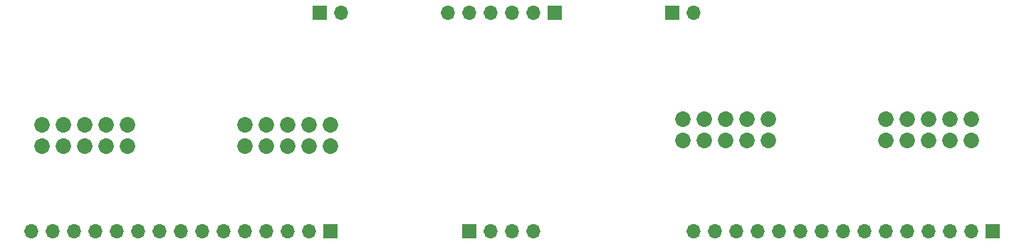
<source format=gbr>
%TF.GenerationSoftware,KiCad,Pcbnew,5.1.9+dfsg1-1*%
%TF.CreationDate,2021-08-18T14:47:46-04:00*%
%TF.ProjectId,custom_toothbrush_board,63757374-6f6d-45f7-946f-6f7468627275,rev?*%
%TF.SameCoordinates,Original*%
%TF.FileFunction,Soldermask,Bot*%
%TF.FilePolarity,Negative*%
%FSLAX46Y46*%
G04 Gerber Fmt 4.6, Leading zero omitted, Abs format (unit mm)*
G04 Created by KiCad (PCBNEW 5.1.9+dfsg1-1) date 2021-08-18 14:47:46*
%MOMM*%
%LPD*%
G01*
G04 APERTURE LIST*
%ADD10R,1.700000X1.700000*%
%ADD11O,1.700000X1.700000*%
%ADD12C,1.853200*%
G04 APERTURE END LIST*
D10*
%TO.C,J1*%
X133350000Y-69850000D03*
D11*
X130810000Y-69850000D03*
X128270000Y-69850000D03*
X125730000Y-69850000D03*
X123190000Y-69850000D03*
X120650000Y-69850000D03*
X118110000Y-69850000D03*
X115570000Y-69850000D03*
X113030000Y-69850000D03*
X110490000Y-69850000D03*
X107950000Y-69850000D03*
X105410000Y-69850000D03*
X102870000Y-69850000D03*
X100330000Y-69850000D03*
X97790000Y-69850000D03*
%TD*%
%TO.C,J2*%
X19050000Y-69850000D03*
X21590000Y-69850000D03*
X24130000Y-69850000D03*
X26670000Y-69850000D03*
X29210000Y-69850000D03*
X31750000Y-69850000D03*
X34290000Y-69850000D03*
X36830000Y-69850000D03*
X39370000Y-69850000D03*
X41910000Y-69850000D03*
X44450000Y-69850000D03*
X46990000Y-69850000D03*
X49530000Y-69850000D03*
X52070000Y-69850000D03*
D10*
X54610000Y-69850000D03*
%TD*%
%TO.C,J3*%
X81280000Y-43815000D03*
D11*
X78740000Y-43815000D03*
X76200000Y-43815000D03*
X73660000Y-43815000D03*
X71120000Y-43815000D03*
X68580000Y-43815000D03*
%TD*%
D10*
%TO.C,J4*%
X71120000Y-69850000D03*
D11*
X73660000Y-69850000D03*
X76200000Y-69850000D03*
X78740000Y-69850000D03*
%TD*%
D10*
%TO.C,J6*%
X95250000Y-43815000D03*
D11*
X97790000Y-43815000D03*
%TD*%
D12*
%TO.C,J7*%
X96520000Y-56515000D03*
X96520000Y-59055000D03*
X99060000Y-56515000D03*
X99060000Y-59055000D03*
X101600000Y-56515000D03*
X101600000Y-59055000D03*
X104140000Y-59055000D03*
X104140000Y-56515000D03*
X106680000Y-59055000D03*
X106680000Y-56515000D03*
%TD*%
%TO.C,J9*%
X20320000Y-57150000D03*
X20320000Y-59690000D03*
X22860000Y-57150000D03*
X22860000Y-59690000D03*
X25400000Y-57150000D03*
X25400000Y-59690000D03*
X27940000Y-59690000D03*
X27940000Y-57150000D03*
X30480000Y-59690000D03*
X30480000Y-57150000D03*
%TD*%
D10*
%TO.C,J5*%
X53340000Y-43815000D03*
D11*
X55880000Y-43815000D03*
%TD*%
D12*
%TO.C,J8*%
X120650000Y-56515000D03*
X120650000Y-59055000D03*
X123190000Y-56515000D03*
X123190000Y-59055000D03*
X125730000Y-56515000D03*
X125730000Y-59055000D03*
X128270000Y-59055000D03*
X128270000Y-56515000D03*
X130810000Y-59055000D03*
X130810000Y-56515000D03*
%TD*%
%TO.C,J10*%
X54610000Y-57150000D03*
X54610000Y-59690000D03*
X52070000Y-57150000D03*
X52070000Y-59690000D03*
X49530000Y-59690000D03*
X49530000Y-57150000D03*
X46990000Y-59690000D03*
X46990000Y-57150000D03*
X44450000Y-59690000D03*
X44450000Y-57150000D03*
%TD*%
M02*

</source>
